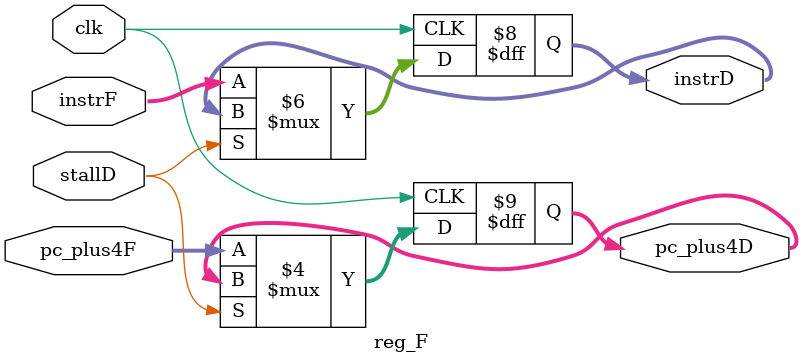
<source format=v>
`timescale 1ns / 1ps

module reg_F(
     input  wire        clk,
     input  wire        stallD,
     input  wire [31:0] instrF,
     input  wire [31:0] pc_plus4F,
     output reg [31:0] instrD,
     output reg [31:0] pc_plus4D
    );
    
    initial begin
       instrD = 32'b0;
       pc_plus4D = 32'b0;
    end
    
    always @ (posedge clk) begin
        if (~stallD) begin
		  instrD <= instrF;
		  pc_plus4D <= pc_plus4F;
		end
    end
    
endmodule

</source>
